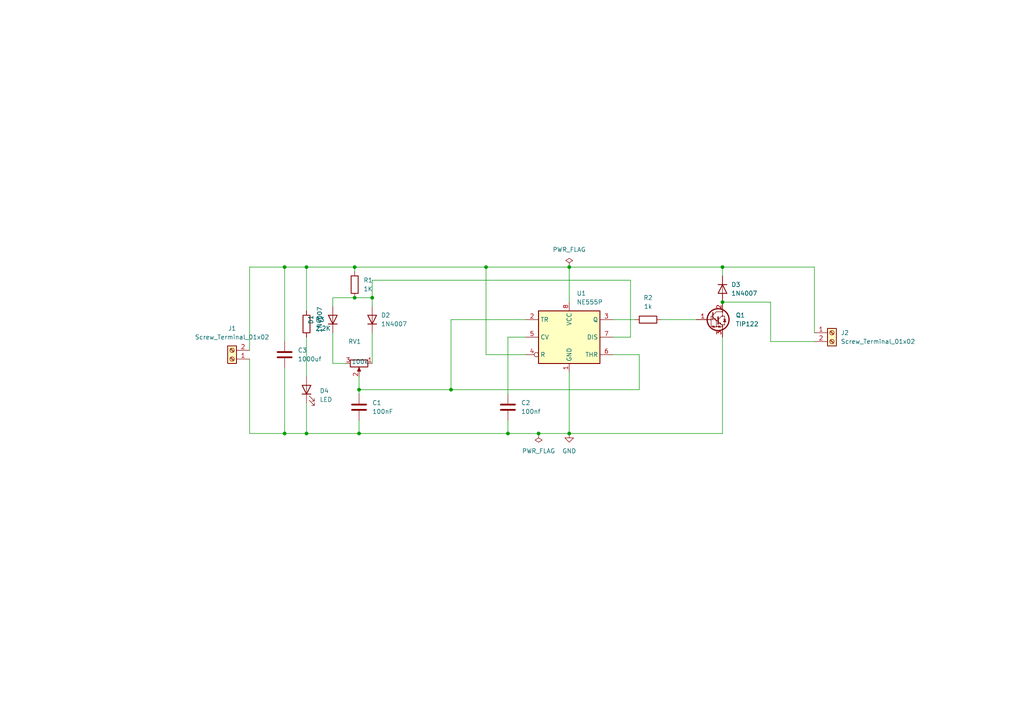
<source format=kicad_sch>
(kicad_sch (version 20250114) (generator "eeschema") (generator_version "9.0")
  (paper "A4")
  (title_block (title "dc motor speed controller") (date "2025-11-04") (company "jaiswal") (comment 1 "by -shreyash jaiswal"))
  (lib_symbols
    (symbol "Connector:Screw_Terminal_01x02" (pin_names (offset 1.016) (hide yes))
      (property "Reference" "J" (at 0 2.54 0))
      (property "Value" "Screw_Terminal_01x02" (at 0 -5.08 0))
      (symbol "Screw_Terminal_01x02_1_1"
        (rectangle (start -1.27 1.27) (end 1.27 -3.81) (stroke (width 0.254)) (fill (type background)))
        (polyline (pts (xy -0.5334 0.3302) (xy 0.3302 -0.508)) (stroke (width 0.1524)))
        (polyline (pts (xy -0.5334 -2.2098) (xy 0.3302 -3.048)) (stroke (width 0.1524)))
        (polyline (pts (xy -0.3556 0.508) (xy 0.508 -0.3302)) (stroke (width 0.1524)))
        (polyline (pts (xy -0.3556 -2.032) (xy 0.508 -2.8702)) (stroke (width 0.1524)))
        (circle (center 0 0) (radius 0.635) (stroke (width 0.1524)))
        (circle (center 0 -2.54) (radius 0.635) (stroke (width 0.1524)))
        (pin passive line (at -5.08 0 0) (length 3.81) (name "Pin_1") (number "1"))
        (pin passive line (at -5.08 -2.54 0) (length 3.81) (name "Pin_2") (number "2"))
      )
    )
    (symbol "Device:C" (pin_numbers (hide yes)) (pin_names (offset 0.254))
      (property "Reference" "C" (at 0.635 2.54 0))
      (property "Value" "C" (at 0.635 -2.54 0))
      (symbol "C_0_1"
        (polyline (pts (xy -2.032 0.762) (xy 2.032 0.762)) (stroke (width 0.508)))
        (polyline (pts (xy -2.032 -0.762) (xy 2.032 -0.762)) (stroke (width 0.508)))
      )
      (symbol "C_1_1"
        (pin passive line (at 0 3.81 270) (length 2.794) (name "~") (number "1"))
        (pin passive line (at 0 -3.81 90) (length 2.794) (name "~") (number "2"))
      )
    )
    (symbol "Device:LED" (pin_numbers (hide yes)) (pin_names (offset 1.016) (hide yes))
      (property "Reference" "D" (at 0 2.54 0))
      (property "Value" "LED" (at 0 -2.54 0))
      (symbol "LED_0_1"
        (polyline (pts (xy -3.048 -0.762) (xy -4.572 -2.286) (xy -3.81 -2.286) (xy -4.572 -2.286) (xy -4.572 -1.524)))
        (polyline (pts (xy -1.778 -0.762) (xy -3.302 -2.286) (xy -2.54 -2.286) (xy -3.302 -2.286) (xy -3.302 -1.524)))
        (polyline (pts (xy -1.27 0) (xy 1.27 0)))
        (polyline (pts (xy -1.27 -1.27) (xy -1.27 1.27)) (stroke (width 0.254)))
        (polyline (pts (xy 1.27 -1.27) (xy 1.27 1.27) (xy -1.27 0) (xy 1.27 -1.27)) (stroke (width 0.254)))
      )
      (symbol "LED_1_1"
        (pin passive line (at -3.81 0 0) (length 2.54) (name "K") (number "1"))
        (pin passive line (at 3.81 0 180) (length 2.54) (name "A") (number "2"))
      )
    )
    (symbol "Device:R" (pin_numbers (hide yes)) (pin_names (offset 0))
      (property "Reference" "R" (at 2.032 0 90))
      (property "Value" "R" (at 0 0 90))
      (symbol "R_0_1"
        (rectangle (start -1.016 -2.54) (end 1.016 2.54) (stroke (width 0.254)))
      )
      (symbol "R_1_1"
        (pin passive line (at 0 3.81 270) (length 1.27) (name "~") (number "1"))
        (pin passive line (at 0 -3.81 90) (length 1.27) (name "~") (number "2"))
      )
    )
    (symbol "Device:R_Potentiometer" (pin_names (offset 1.016) (hide yes))
      (property "Reference" "RV" (at -4.445 0 90))
      (property "Value" "R_Potentiometer" (at -2.54 0 90))
      (symbol "R_Potentiometer_0_1"
        (rectangle (start 1.016 2.54) (end -1.016 -2.54) (stroke (width 0.254)))
        (polyline (pts (xy 1.143 0) (xy 2.286 0.508) (xy 2.286 -0.508) (xy 1.143 0)) (fill (type outline)))
        (polyline (pts (xy 2.54 0) (xy 1.524 0)))
      )
      (symbol "R_Potentiometer_1_1"
        (pin passive line (at 0 3.81 270) (length 1.27) (name "1") (number "1"))
        (pin passive line (at 0 -3.81 90) (length 1.27) (name "3") (number "3"))
        (pin passive line (at 3.81 0 180) (length 1.27) (name "2") (number "2"))
      )
    )
    (symbol "Diode:1N4007" (pin_numbers (hide yes)) (pin_names (hide yes))
      (property "Reference" "D" (at 0 2.54 0))
      (property "Value" "1N4007" (at 0 -2.54 0))
      (symbol "1N4007_0_1"
        (polyline (pts (xy -1.27 1.27) (xy -1.27 -1.27)) (stroke (width 0.254)))
        (polyline (pts (xy 1.27 1.27) (xy 1.27 -1.27) (xy -1.27 0) (xy 1.27 1.27)) (stroke (width 0.254)))
        (polyline (pts (xy 1.27 0) (xy -1.27 0)))
      )
      (symbol "1N4007_1_1"
        (pin passive line (at -3.81 0 0) (length 2.54) (name "K") (number "1"))
        (pin passive line (at 3.81 0 180) (length 2.54) (name "A") (number "2"))
      )
    )
    (symbol "Timer:NE555P"
      (property "Reference" "U" (at -10.16 8.89 0))
      (property "Value" "NE555P" (at 2.54 8.89 0))
      (symbol "NE555P_0_0"
        (pin power_in line (at 0 10.16 270) (length 2.54) (name "VCC") (number "8"))
        (pin power_in line (at 0 -10.16 90) (length 2.54) (name "GND") (number "1"))
      )
      (symbol "NE555P_0_1"
        (rectangle (start -8.89 -7.62) (end 8.89 7.62) (stroke (width 0.254)) (fill (type background)))
        (rectangle (start -8.89 -7.62) (end 8.89 7.62) (stroke (width 0.254)) (fill (type background)))
      )
      (symbol "NE555P_1_1"
        (pin input line (at -12.7 5.08 0) (length 3.81) (name "TR") (number "2"))
        (pin input line (at -12.7 0 0) (length 3.81) (name "CV") (number "5"))
        (pin input inverted (at -12.7 -5.08 0) (length 3.81) (name "R") (number "4"))
        (pin output line (at 12.7 5.08 180) (length 3.81) (name "Q") (number "3"))
        (pin input line (at 12.7 0 180) (length 3.81) (name "DIS") (number "7"))
        (pin input line (at 12.7 -5.08 180) (length 3.81) (name "THR") (number "6"))
      )
    )
    (symbol "Transistor_BJT:TIP122" (pin_names (offset 0) (hide yes))
      (property "Reference" "Q" (at 5.08 1.905 0))
      (property "Value" "TIP122" (at 5.08 0 0))
      (symbol "TIP122_0_1"
        (polyline (pts (xy -1.27 0) (xy -0.889 0)))
        (circle (center -0.762 0) (radius 0.127))
        (polyline (pts (xy -0.254 2.032) (xy -0.254 0) (xy -0.254 0)) (stroke (width 0.3048)))
        (polyline (pts (xy -0.254 1.27) (xy 0.762 2.286) (xy 2.54 2.286)))
        (polyline (pts (xy -0.254 1.016) (xy -0.762 1.016) (xy -0.762 -2.032)))
        (polyline (pts (xy -0.254 0.762) (xy 0.762 -0.254) (xy 1.27 -0.254)))
        (polyline (pts (xy 0.635 -0.127) (xy 0.381 0.381) (xy 0.127 0.127) (xy 0.635 -0.127)))
        (polyline (pts (xy 0.762 -0.254) (xy 0.762 -2.032) (xy 1.143 -2.032) (xy 1.27 -1.778) (xy 1.397 -2.286) (xy 1.524 -1.778) (xy 1.651 -2.286) (xy 1.778 -1.778) (xy 1.905 -2.286) (xy 2.032 -2.032) (xy 2.54 -2.032)))
        (circle (center 0.762 -0.254) (radius 0.127))
        (polyline (pts (xy 0.762 -2.032) (xy 0.381 -2.032) (xy 0.254 -2.286) (xy 0.127 -1.778) (xy 0 -2.286) (xy -0.127 -1.778) (xy -0.254 -2.286) (xy -0.381 -1.778) (xy -0.508 -2.032) (xy -0.762 -2.032)))
        (circle (center 0.762 -2.032) (radius 0.127))
        (polyline (pts (xy 1.27 0.762) (xy 1.27 -1.27) (xy 1.27 -1.27)) (stroke (width 0.381)))
        (polyline (pts (xy 1.27 0) (xy 2.286 1.016) (xy 2.54 1.016) (xy 2.54 2.286)))
        (circle (center 1.27 0) (radius 3.175) (stroke (width 0.3556)))
        (polyline (pts (xy 1.27 -0.508) (xy 2.286 -1.524) (xy 2.54 -1.524) (xy 2.54 -2.032)))
        (polyline (pts (xy 2.159 -1.397) (xy 1.905 -0.889) (xy 1.651 -1.143) (xy 2.159 -1.397)))
        (circle (center 2.54 2.286) (radius 0.127))
        (circle (center 2.54 1.016) (radius 0.127))
        (polyline (pts (xy 2.54 -1.524) (xy 3.175 -1.524)))
        (circle (center 2.54 -1.524) (radius 0.127))
        (polyline (pts (xy 2.54 -2.032) (xy 2.54 -2.54)))
        (circle (center 2.54 -2.032) (radius 0.127))
        (polyline (pts (xy 2.794 0.127) (xy 3.556 0.127)))
        (polyline (pts (xy 3.175 1.016) (xy 2.54 1.016)))
        (polyline (pts (xy 3.175 1.016) (xy 3.175 0.127)))
        (polyline (pts (xy 3.175 0.127) (xy 2.794 -0.635) (xy 3.556 -0.635) (xy 3.175 0.127)) (fill (type outline)))
        (polyline (pts (xy 3.175 -0.635) (xy 3.175 -1.524)))
      )
      (symbol "TIP122_1_1"
        (pin input line (at -5.08 0 0) (length 3.81) (name "B") (number "1"))
        (pin passive line (at 2.54 5.08 270) (length 2.667) (name "C") (number "2"))
        (pin passive line (at 2.54 -5.08 90) (length 2.54) (name "E") (number "3"))
      )
    )
    (symbol "power:GND" (power) (pin_numbers (hide yes)) (pin_names (offset 0) (hide yes))
      (property "Value" "GND" (at 0 -3.81 0))
      (symbol "GND_0_1"
        (polyline (pts (xy 0 0) (xy 0 -1.27) (xy 1.27 -1.27) (xy 0 -2.54) (xy -1.27 -1.27) (xy 0 -1.27)))
      )
      (symbol "GND_1_1"
        (pin power_in line (at 0 0 270) (length 0) (name "~") (number "1"))
      )
    )
    (symbol "power:PWR_FLAG" (power) (pin_numbers (hide yes)) (pin_names (offset 0) (hide yes))
      (property "Value" "PWR_FLAG" (at 0 3.81 0))
      (symbol "PWR_FLAG_0_0"
        (pin power_out line (at 0 0 90) (length 0) (name "~") (number "1"))
      )
      (symbol "PWR_FLAG_0_1"
        (polyline (pts (xy 0 0) (xy 0 1.27) (xy -1.016 1.905) (xy 0 2.54) (xy 1.016 1.905) (xy 0 1.27)))
      )
    )
  )
  (junction (at 102.87 86.36))
  (junction (at 165.1 125.73))
  (junction (at 130.81 113.03))
  (junction (at 209.55 77.47))
  (junction (at 82.55 77.47))
  (junction (at 88.9 77.47))
  (junction (at 140.97 77.47))
  (junction (at 156.21 125.73))
  (junction (at 82.55 125.73))
  (junction (at 107.95 86.36))
  (junction (at 147.32 125.73))
  (junction (at 102.87 77.47))
  (junction (at 104.14 125.73))
  (junction (at 88.9 125.73))
  (junction (at 104.14 113.03))
  (junction (at 165.1 77.47))
  (junction (at 209.55 87.63))
  (wire (pts (xy 88.9 97.79) (xy 88.9 109.22)))
  (wire (pts (xy 223.52 99.06) (xy 223.52 87.63)))
  (wire (pts (xy 104.14 121.92) (xy 104.14 125.73)))
  (wire (pts (xy 140.97 77.47) (xy 165.1 77.47)))
  (wire (pts (xy 96.52 105.41) (xy 100.33 105.41)))
  (wire (pts (xy 107.95 81.28) (xy 107.95 86.36)))
  (wire (pts (xy 147.32 125.73) (xy 156.21 125.73)))
  (wire (pts (xy 140.97 77.47) (xy 140.97 102.87)))
  (wire (pts (xy 88.9 125.73) (xy 104.14 125.73)))
  (wire (pts (xy 88.9 116.84) (xy 88.9 125.73)))
  (wire (pts (xy 104.14 125.73) (xy 147.32 125.73)))
  (wire (pts (xy 130.81 113.03) (xy 104.14 113.03)))
  (wire (pts (xy 236.22 77.47) (xy 236.22 96.52)))
  (wire (pts (xy 182.88 97.79) (xy 182.88 81.28)))
  (wire (pts (xy 82.55 125.73) (xy 88.9 125.73)))
  (wire (pts (xy 104.14 113.03) (xy 104.14 114.3)))
  (wire (pts (xy 165.1 77.47) (xy 165.1 87.63)))
  (wire (pts (xy 72.39 77.47) (xy 82.55 77.47)))
  (wire (pts (xy 88.9 77.47) (xy 102.87 77.47)))
  (wire (pts (xy 72.39 101.6) (xy 72.39 77.47)))
  (wire (pts (xy 191.77 92.71) (xy 201.93 92.71)))
  (wire (pts (xy 102.87 77.47) (xy 140.97 77.47)))
  (wire (pts (xy 96.52 96.52) (xy 96.52 105.41)))
  (wire (pts (xy 177.8 97.79) (xy 182.88 97.79)))
  (wire (pts (xy 107.95 96.52) (xy 107.95 105.41)))
  (wire (pts (xy 177.8 92.71) (xy 184.15 92.71)))
  (wire (pts (xy 152.4 102.87) (xy 140.97 102.87)))
  (wire (pts (xy 165.1 107.95) (xy 165.1 125.73)))
  (wire (pts (xy 102.87 86.36) (xy 96.52 86.36)))
  (wire (pts (xy 96.52 86.36) (xy 96.52 88.9)))
  (wire (pts (xy 165.1 77.47) (xy 209.55 77.47)))
  (wire (pts (xy 107.95 86.36) (xy 102.87 86.36)))
  (wire (pts (xy 185.42 102.87) (xy 185.42 113.03)))
  (wire (pts (xy 209.55 77.47) (xy 236.22 77.47)))
  (wire (pts (xy 72.39 125.73) (xy 82.55 125.73)))
  (wire (pts (xy 185.42 113.03) (xy 130.81 113.03)))
  (wire (pts (xy 152.4 92.71) (xy 130.81 92.71)))
  (wire (pts (xy 182.88 81.28) (xy 107.95 81.28)))
  (wire (pts (xy 156.21 125.73) (xy 165.1 125.73)))
  (wire (pts (xy 209.55 97.79) (xy 209.55 125.73)))
  (wire (pts (xy 236.22 99.06) (xy 223.52 99.06)))
  (wire (pts (xy 223.52 87.63) (xy 209.55 87.63)))
  (wire (pts (xy 165.1 125.73) (xy 209.55 125.73)))
  (wire (pts (xy 147.32 97.79) (xy 147.32 114.3)))
  (wire (pts (xy 147.32 121.92) (xy 147.32 125.73)))
  (wire (pts (xy 104.14 109.22) (xy 104.14 113.03)))
  (wire (pts (xy 82.55 77.47) (xy 88.9 77.47)))
  (wire (pts (xy 152.4 97.79) (xy 147.32 97.79)))
  (wire (pts (xy 102.87 77.47) (xy 102.87 78.74)))
  (wire (pts (xy 88.9 77.47) (xy 88.9 90.17)))
  (wire (pts (xy 107.95 88.9) (xy 107.95 86.36)))
  (wire (pts (xy 82.55 106.68) (xy 82.55 125.73)))
  (wire (pts (xy 82.55 77.47) (xy 82.55 99.06)))
  (wire (pts (xy 72.39 104.14) (xy 72.39 125.73)))
  (wire (pts (xy 209.55 77.47) (xy 209.55 80.01)))
  (wire (pts (xy 130.81 92.71) (xy 130.81 113.03)))
  (wire (pts (xy 177.8 102.87) (xy 185.42 102.87)))
  (symbol (lib_id "Transistor_BJT:TIP122") (at 207.01 92.71 0) (unit 1)
    (property "Reference" "Q1" (at 213.36 91.4399 0) (effects (justify left)))
    (property "Value" "TIP122" (at 213.36 93.9799 0) (effects (justify left)))
    (property "Footprint" "Package_TO_SOT_THT:TO-220-3_Vertical" (effects (hide yes)))
    (property "Datasheet" "https://www.onsemi.com/pub/Collateral/TIP120-D.PDF" (effects (hide yes)))
    (property "Description" "5A Ic, 100V Vce, Silicon Darlington Power NPN Transistor, TO-220" (effects (hide yes)))
  )
  (symbol (lib_id "Diode:1N4007") (at 107.95 92.71 90) (unit 1)
    (property "Reference" "D2" (at 110.49 91.4399 90) (effects (justify right)))
    (property "Value" "1N4007" (at 110.49 93.9799 90) (effects (justify right)))
    (property "Footprint" "Diode_THT:D_DO-41_SOD81_P10.16mm_Horizontal" (effects (hide yes)))
    (property "Datasheet" "http://www.vishay.com/docs/88503/1n4001.pdf" (effects (hide yes)))
    (property "Description" "1000V 1A General Purpose Rectifier Diode, DO-41" (effects (hide yes)))
    (property "Sim.Device" "D" (effects (hide yes)))
    (property "Sim.Pins" "1=K 2=A" (effects (hide yes)))
  )
  (symbol (lib_id "Device:C") (at 104.14 118.11 0) (unit 1)
    (property "Reference" "C1" (at 107.95 116.8399 0) (effects (justify left)))
    (property "Value" "100nF" (at 107.95 119.3799 0) (effects (justify left)))
    (property "Footprint" "Capacitor_THT:C_Disc_D4.7mm_W2.5mm_P5.00mm" (effects (hide yes)))
    (property "Description" "Unpolarized capacitor" (effects (hide yes)))
  )
  (symbol (lib_id "Connector:Screw_Terminal_01x02") (at 67.31 104.14 180) (unit 1)
    (property "Reference" "J1" (at 67.31 95.25 0))
    (property "Value" "Screw_Terminal_01x02" (at 67.31 97.79 0))
    (property "Footprint" "TerminalBlock:TerminalBlock_MaiXu_MX126-5.0-02P_1x02_P5.00mm" (effects (hide yes)))
    (property "Description" "Generic screw terminal, single row, 01x02, script generated (kicad-library-utils/schlib/autogen/connector/)" (effects (hide yes)))
  )
  (symbol (lib_id "Connector:Screw_Terminal_01x02") (at 241.3 96.52 0) (unit 1)
    (property "Reference" "J2" (at 243.84 96.5199 0) (effects (justify left)))
    (property "Value" "Screw_Terminal_01x02" (at 243.84 99.0599 0) (effects (justify left)))
    (property "Footprint" "TerminalBlock:TerminalBlock_MaiXu_MX126-5.0-02P_1x02_P5.00mm" (effects (hide yes)))
    (property "Description" "Generic screw terminal, single row, 01x02, script generated (kicad-library-utils/schlib/autogen/connector/)" (effects (hide yes)))
  )
  (symbol (lib_id "Device:R_Potentiometer") (at 104.14 105.41 270) (unit 1)
    (property "Reference" "RV1" (at 102.87 99.06 90))
    (property "Value" "100k" (at 104.394 104.902 90))
    (property "Footprint" "Potentiometer_THT:Potentiometer_Alps_RK163_Single_Horizontal" (effects (hide yes)))
    (property "Description" "Potentiometer" (effects (hide yes)))
  )
  (symbol (lib_id "power:PWR_FLAG") (at 156.21 125.73 180) (unit 1)
    (property "Reference" "#FLG01" (effects (hide yes)))
    (property "Value" "PWR_FLAG" (at 156.21 130.81 0))
    (property "Description" "Special symbol for telling ERC where power comes from" (effects (hide yes)))
  )
  (symbol (lib_id "Device:LED") (at 88.9 113.03 90) (unit 1)
    (property "Reference" "D4" (at 92.71 113.3474 90) (effects (justify right)))
    (property "Value" "LED" (at 92.71 115.8874 90) (effects (justify right)))
    (property "Footprint" "LED_THT:LED_D5.0mm" (effects (hide yes)))
    (property "Description" "Light emitting diode" (effects (hide yes)))
    (property "Sim.Pins" "1=K 2=A" (effects (hide yes)))
  )
  (symbol (lib_id "power:GND") (at 165.1 125.73 0) (unit 1)
    (property "Reference" "#PWR01" (effects (hide yes)))
    (property "Value" "GND" (at 165.1 130.81 0))
    (property "Description" "Power symbol creates a global label with name \"GND\" , ground" (effects (hide yes)))
  )
  (symbol (lib_id "Timer:NE555P") (at 165.1 97.79 0) (unit 1)
    (property "Reference" "U1" (at 167.2433 85.09 0) (effects (justify left)))
    (property "Value" "NE555P" (at 167.2433 87.63 0) (effects (justify left)))
    (property "Footprint" "Package_DIP:DIP-8_W7.62mm" (effects (hide yes)))
    (property "Datasheet" "http://www.ti.com/lit/ds/symlink/ne555.pdf" (effects (hide yes)))
    (property "Description" "Precision Timers, 555 compatible,  PDIP-8" (effects (hide yes)))
  )
  (symbol (lib_id "Device:R") (at 102.87 82.55 0) (unit 1)
    (property "Reference" "R1" (at 105.41 81.2799 0) (effects (justify left)))
    (property "Value" "1K" (at 105.41 83.8199 0) (effects (justify left)))
    (property "Footprint" "Resistor_THT:R_Axial_DIN0204_L3.6mm_D1.6mm_P7.62mm_Horizontal" (effects (hide yes)))
    (property "Description" "Resistor" (effects (hide yes)))
  )
  (symbol (lib_id "power:PWR_FLAG") (at 165.1 77.47 0) (unit 1)
    (property "Reference" "#FLG02" (effects (hide yes)))
    (property "Value" "PWR_FLAG" (at 165.1 72.39 0))
    (property "Description" "Special symbol for telling ERC where power comes from" (effects (hide yes)))
  )
  (symbol (lib_id "Diode:1N4007") (at 96.52 92.71 90) (unit 1)
    (property "Reference" "D1" (at 90.17 92.71 0))
    (property "Value" "1N4007" (at 92.71 92.71 0))
    (property "Footprint" "Diode_THT:D_DO-41_SOD81_P10.16mm_Horizontal" (effects (hide yes)))
    (property "Datasheet" "http://www.vishay.com/docs/88503/1n4001.pdf" (effects (hide yes)))
    (property "Description" "1000V 1A General Purpose Rectifier Diode, DO-41" (effects (hide yes)))
    (property "Sim.Device" "D" (effects (hide yes)))
    (property "Sim.Pins" "1=K 2=A" (effects (hide yes)))
  )
  (symbol (lib_id "Device:R") (at 88.9 93.98 0) (unit 1)
    (property "Reference" "R3" (at 91.44 92.7099 0) (effects (justify left)))
    (property "Value" "2.2K" (at 91.44 95.2499 0) (effects (justify left)))
    (property "Footprint" "Resistor_THT:R_Axial_DIN0204_L3.6mm_D1.6mm_P7.62mm_Horizontal" (effects (hide yes)))
    (property "Description" "Resistor" (effects (hide yes)))
  )
  (symbol (lib_id "Diode:1N4007") (at 209.55 83.82 270) (unit 1)
    (property "Reference" "D3" (at 212.09 82.5499 90) (effects (justify left)))
    (property "Value" "1N4007" (at 212.09 85.0899 90) (effects (justify left)))
    (property "Footprint" "Diode_THT:D_DO-41_SOD81_P10.16mm_Horizontal" (effects (hide yes)))
    (property "Datasheet" "http://www.vishay.com/docs/88503/1n4001.pdf" (effects (hide yes)))
    (property "Description" "1000V 1A General Purpose Rectifier Diode, DO-41" (effects (hide yes)))
    (property "Sim.Device" "D" (effects (hide yes)))
    (property "Sim.Pins" "1=K 2=A" (effects (hide yes)))
  )
  (symbol (lib_id "Device:C") (at 147.32 118.11 0) (unit 1)
    (property "Reference" "C2" (at 151.13 116.8399 0) (effects (justify left)))
    (property "Value" "100nf" (at 151.13 119.3799 0) (effects (justify left)))
    (property "Footprint" "Capacitor_THT:C_Disc_D4.7mm_W2.5mm_P5.00mm" (effects (hide yes)))
    (property "Description" "Unpolarized capacitor" (effects (hide yes)))
  )
  (symbol (lib_id "Device:R") (at 187.96 92.71 90) (unit 1)
    (property "Reference" "R2" (at 187.96 86.36 90))
    (property "Value" "1k" (at 187.96 88.9 90))
    (property "Footprint" "Resistor_THT:R_Axial_DIN0204_L3.6mm_D1.6mm_P7.62mm_Horizontal" (effects (hide yes)))
    (property "Description" "Resistor" (effects (hide yes)))
  )
  (symbol (lib_id "Device:C") (at 82.55 102.87 0) (unit 1)
    (property "Reference" "C3" (at 86.36 101.5999 0) (effects (justify left)))
    (property "Value" "1000uf" (at 86.36 104.1399 0) (effects (justify left)))
    (property "Footprint" "Capacitor_THT:CP_Radial_D10.0mm_P5.00mm" (effects (hide yes)))
    (property "Description" "Unpolarized capacitor" (effects (hide yes)))
  )
)
</source>
